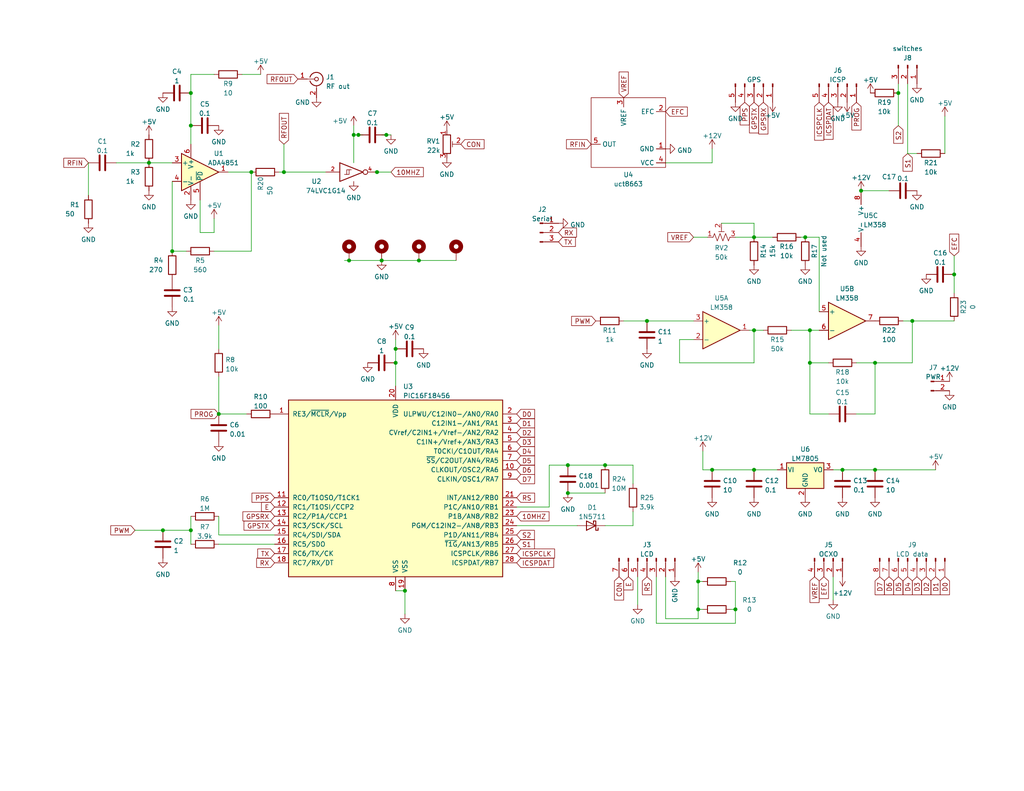
<source format=kicad_sch>
(kicad_sch (version 20211123) (generator eeschema)
  (paper "USLetter")
  (lib_symbols
    (symbol "74xGxx:74LVC1G14" (pin_names (offset 1.016))
      (property "Reference" "U" (at -2.54 3.81 0))
      (property "Value" "74LVC1G14" (at 0 -3.81 0))
      (symbol "74LVC1G14_1_1"
        (pin input line (at -7.62 0 0) (length 3.81) (name "~") (number "2"))
        (pin power_in line (at 0 -2.54 270) (length 0) hide (name "GND") (number "3"))
        (pin output inverted (at 6.35 0 180) (length 3.81) (name "~") (number "4"))
        (pin power_in line (at 0 2.54 90) (length 0) hide (name "VCC") (number "5"))
      )
    )
    (symbol "Amplifier_Operational:ADA4841-1YRJ" (pin_names (offset 0.127))
      (property "Reference" "U" (at 3.81 3.81 0))
      (property "Value" "ADA4841-1YRJ" (at 8.89 -3.81 0))
      (symbol "ADA4841-1YRJ_1_1"
        (pin output line (at 7.62 0 180) (length 2.54) (name "~") (number "1"))
        (pin power_in line (at -2.54 -7.62 90) (length 3.81) (name "V-") (number "2"))
        (pin input line (at -7.62 2.54 0) (length 2.54) (name "+") (number "3"))
        (pin input line (at -7.62 -2.54 0) (length 2.54) (name "-") (number "4"))
        (pin input line (at 0 -7.62 90) (length 5.08) (name "~{PD}") (number "5"))
        (pin power_in line (at -2.54 7.62 270) (length 3.81) (name "V+") (number "6"))
      )
    )
    (symbol "Amplifier_Operational:LM358" (pin_names (offset 0.127))
      (property "Reference" "U" (at 0 5.08 0))
      (property "Value" "LM358" (at 0 -5.08 0))
      (symbol "LM358_1_1"
        (pin output line (at 7.62 0 180) (length 2.54) (name "~") (number "1"))
        (pin input line (at -7.62 -2.54 0) (length 2.54) (name "-") (number "2"))
        (pin input line (at -7.62 2.54 0) (length 2.54) (name "+") (number "3"))
      )
      (symbol "LM358_2_1"
        (pin input line (at -7.62 2.54 0) (length 2.54) (name "+") (number "5"))
        (pin input line (at -7.62 -2.54 0) (length 2.54) (name "-") (number "6"))
        (pin output line (at 7.62 0 180) (length 2.54) (name "~") (number "7"))
      )
      (symbol "LM358_3_1"
        (pin power_in line (at -2.54 -7.62 90) (length 3.81) (name "V-") (number "4"))
        (pin power_in line (at -2.54 7.62 270) (length 3.81) (name "V+") (number "8"))
      )
    )
    (symbol "Connector:Conn_01x02_Male" (pin_names (offset 1.016) hide)
      (property "Reference" "J" (at 0 2.54 0))
      (property "Value" "Conn_01x02_Male" (at 0 -5.08 0))
      (symbol "Conn_01x02_Male_1_1"
        (pin passive line (at 5.08 0 180) (length 3.81) (name "Pin_1") (number "1"))
        (pin passive line (at 5.08 -2.54 180) (length 3.81) (name "Pin_2") (number "2"))
      )
    )
    (symbol "Connector:Conn_01x03_Male" (pin_names (offset 1.016) hide)
      (property "Reference" "J" (at 0 5.08 0))
      (property "Value" "Conn_01x03_Male" (at 0 -5.08 0))
      (symbol "Conn_01x03_Male_1_1"
        (pin passive line (at 5.08 2.54 180) (length 3.81) (name "Pin_1") (number "1"))
        (pin passive line (at 5.08 0 180) (length 3.81) (name "Pin_2") (number "2"))
        (pin passive line (at 5.08 -2.54 180) (length 3.81) (name "Pin_3") (number "3"))
      )
    )
    (symbol "Connector:Conn_01x04_Male" (pin_names (offset 1.016) hide)
      (property "Reference" "J" (at 0 5.08 0))
      (property "Value" "Conn_01x04_Male" (at 0 -7.62 0))
      (symbol "Conn_01x04_Male_1_1"
        (pin passive line (at 5.08 2.54 180) (length 3.81) (name "Pin_1") (number "1"))
        (pin passive line (at 5.08 0 180) (length 3.81) (name "Pin_2") (number "2"))
        (pin passive line (at 5.08 -2.54 180) (length 3.81) (name "Pin_3") (number "3"))
        (pin passive line (at 5.08 -5.08 180) (length 3.81) (name "Pin_4") (number "4"))
      )
    )
    (symbol "Connector:Conn_01x05_Male" (pin_names (offset 1.016) hide)
      (property "Reference" "J" (at 0 7.62 0))
      (property "Value" "Conn_01x05_Male" (at 0 -7.62 0))
      (symbol "Conn_01x05_Male_1_1"
        (pin passive line (at 5.08 5.08 180) (length 3.81) (name "Pin_1") (number "1"))
        (pin passive line (at 5.08 2.54 180) (length 3.81) (name "Pin_2") (number "2"))
        (pin passive line (at 5.08 0 180) (length 3.81) (name "Pin_3") (number "3"))
        (pin passive line (at 5.08 -2.54 180) (length 3.81) (name "Pin_4") (number "4"))
        (pin passive line (at 5.08 -5.08 180) (length 3.81) (name "Pin_5") (number "5"))
      )
    )
    (symbol "Connector:Conn_01x07_Male" (pin_names (offset 1.016) hide)
      (property "Reference" "J" (at 0 10.16 0))
      (property "Value" "Conn_01x07_Male" (at 0 -10.16 0))
      (symbol "Conn_01x07_Male_1_1"
        (pin passive line (at 5.08 7.62 180) (length 3.81) (name "Pin_1") (number "1"))
        (pin passive line (at 5.08 5.08 180) (length 3.81) (name "Pin_2") (number "2"))
        (pin passive line (at 5.08 2.54 180) (length 3.81) (name "Pin_3") (number "3"))
        (pin passive line (at 5.08 0 180) (length 3.81) (name "Pin_4") (number "4"))
        (pin passive line (at 5.08 -2.54 180) (length 3.81) (name "Pin_5") (number "5"))
        (pin passive line (at 5.08 -5.08 180) (length 3.81) (name "Pin_6") (number "6"))
        (pin passive line (at 5.08 -7.62 180) (length 3.81) (name "Pin_7") (number "7"))
      )
    )
    (symbol "Connector:Conn_01x08_Male" (pin_names (offset 1.016) hide)
      (property "Reference" "J" (at 0 10.16 0))
      (property "Value" "Conn_01x08_Male" (at 0 -12.7 0))
      (symbol "Conn_01x08_Male_1_1"
        (pin passive line (at 5.08 7.62 180) (length 3.81) (name "Pin_1") (number "1"))
        (pin passive line (at 5.08 5.08 180) (length 3.81) (name "Pin_2") (number "2"))
        (pin passive line (at 5.08 2.54 180) (length 3.81) (name "Pin_3") (number "3"))
        (pin passive line (at 5.08 0 180) (length 3.81) (name "Pin_4") (number "4"))
        (pin passive line (at 5.08 -2.54 180) (length 3.81) (name "Pin_5") (number "5"))
        (pin passive line (at 5.08 -5.08 180) (length 3.81) (name "Pin_6") (number "6"))
        (pin passive line (at 5.08 -7.62 180) (length 3.81) (name "Pin_7") (number "7"))
        (pin passive line (at 5.08 -10.16 180) (length 3.81) (name "Pin_8") (number "8"))
      )
    )
    (symbol "Connector:Conn_Coaxial" (pin_names (offset 1.016) hide)
      (property "Reference" "J" (at 0.254 3.048 0))
      (property "Value" "Conn_Coaxial" (at 2.921 0 90))
      (symbol "Conn_Coaxial_1_1"
        (pin passive line (at -5.08 0 0) (length 2.54) (name "In") (number "1"))
        (pin passive line (at 0 -5.08 90) (length 2.54) (name "Ext") (number "2"))
      )
    )
    (symbol "Device:C" (pin_numbers hide) (pin_names (offset 0.254))
      (property "Reference" "C" (at 0.635 2.54 0))
      (property "Value" "C" (at 0.635 -2.54 0))
      (symbol "C_1_1"
        (pin passive line (at 0 3.81 270) (length 2.794) (name "~") (number "1"))
        (pin passive line (at 0 -3.81 90) (length 2.794) (name "~") (number "2"))
      )
    )
    (symbol "Device:R" (pin_numbers hide) (pin_names (offset 0))
      (property "Reference" "R" (at 2.032 0 90))
      (property "Value" "R" (at 0 0 90))
      (symbol "R_1_1"
        (pin passive line (at 0 3.81 270) (length 1.27) (name "~") (number "1"))
        (pin passive line (at 0 -3.81 90) (length 1.27) (name "~") (number "2"))
      )
    )
    (symbol "Device:R_Potentiometer_Trim" (pin_names (offset 1.016) hide)
      (property "Reference" "RV" (at -4.445 0 90))
      (property "Value" "R_Potentiometer_Trim" (at -2.54 0 90))
      (symbol "R_Potentiometer_Trim_1_1"
        (pin passive line (at 0 3.81 270) (length 1.27) (name "1") (number "1"))
        (pin passive line (at 3.81 0 180) (length 1.27) (name "2") (number "2"))
        (pin passive line (at 0 -3.81 90) (length 1.27) (name "3") (number "3"))
      )
    )
    (symbol "Device:R_Potentiometer_Trim_US" (pin_names (offset 1.016) hide)
      (property "Reference" "RV" (at -4.445 0 90))
      (property "Value" "R_Potentiometer_Trim_US" (at -2.54 0 90))
      (symbol "R_Potentiometer_Trim_US_1_1"
        (pin passive line (at 0 3.81 270) (length 1.27) (name "1") (number "1"))
        (pin passive line (at 3.81 0 180) (length 1.27) (name "2") (number "2"))
        (pin passive line (at 0 -3.81 90) (length 1.27) (name "3") (number "3"))
      )
    )
    (symbol "Diode:1N5711" (pin_numbers hide) (pin_names (offset 1.016) hide)
      (property "Reference" "D" (at 0 2.54 0))
      (property "Value" "1N5711" (at 0 -2.54 0))
      (symbol "1N5711_1_1"
        (pin passive line (at -3.81 0 0) (length 2.54) (name "K") (number "1"))
        (pin passive line (at 3.81 0 180) (length 2.54) (name "A") (number "2"))
      )
    )
    (symbol "MCU_Microchip_PIC16:PIC16F882-IP" (pin_names (offset 1.016))
      (property "Reference" "U" (at 13.97 27.94 0))
      (property "Value" "PIC16F882-IP" (at 13.97 25.4 0))
      (symbol "PIC16F882-IP_1_1"
        (pin bidirectional line (at -33.02 20.32 0) (length 3.81) (name "RE3/~{MCLR}/Vpp") (number "1"))
        (pin bidirectional line (at 33.02 5.08 180) (length 3.81) (name "CLKOUT/OSC2/RA6") (number "10"))
        (pin bidirectional line (at -33.02 -2.54 0) (length 3.81) (name "RC0/T1OSO/T1CK1") (number "11"))
        (pin bidirectional line (at -33.02 -5.08 0) (length 3.81) (name "RC1/T1OSI/CCP2") (number "12"))
        (pin bidirectional line (at -33.02 -7.62 0) (length 3.81) (name "RC2/P1A/CCP1") (number "13"))
        (pin bidirectional line (at -33.02 -10.16 0) (length 3.81) (name "RC3/SCK/SCL") (number "14"))
        (pin bidirectional line (at -33.02 -12.7 0) (length 3.81) (name "RC4/SDI/SDA") (number "15"))
        (pin bidirectional line (at -33.02 -15.24 0) (length 3.81) (name "RC5/SDO") (number "16"))
        (pin bidirectional line (at -33.02 -17.78 0) (length 3.81) (name "RC6/TX/CK") (number "17"))
        (pin bidirectional line (at -33.02 -20.32 0) (length 3.81) (name "RC7/RX/DT") (number "18"))
        (pin power_in line (at 2.54 -27.94 90) (length 3.81) (name "VSS") (number "19"))
        (pin bidirectional line (at 33.02 20.32 180) (length 3.81) (name "ULPWU/C12IN0-/AN0/RA0") (number "2"))
        (pin power_in line (at 0 27.94 270) (length 3.81) (name "VDD") (number "20"))
        (pin bidirectional line (at 33.02 -2.54 180) (length 3.81) (name "INT/AN12/RB0") (number "21"))
        (pin bidirectional line (at 33.02 -5.08 180) (length 3.81) (name "P1C/AN10/RB1") (number "22"))
        (pin bidirectional line (at 33.02 -7.62 180) (length 3.81) (name "P1B/AN8/RB2") (number "23"))
        (pin bidirectional line (at 33.02 -10.16 180) (length 3.81) (name "PGM/C12IN2-/AN8/RB3") (number "24"))
        (pin bidirectional line (at 33.02 -12.7 180) (length 3.81) (name "P1D/AN11/RB4") (number "25"))
        (pin bidirectional line (at 33.02 -15.24 180) (length 3.81) (name "~{T1G}/AN13/RB5") (number "26"))
        (pin bidirectional line (at 33.02 -17.78 180) (length 3.81) (name "ICSPCLK/RB6") (number "27"))
        (pin bidirectional line (at 33.02 -20.32 180) (length 3.81) (name "ICSPDAT/RB7") (number "28"))
        (pin bidirectional line (at 33.02 17.78 180) (length 3.81) (name "C12IN1-/AN1/RA1") (number "3"))
        (pin bidirectional line (at 33.02 15.24 180) (length 3.81) (name "CVref/C2IN1+/Vref-/AN2/RA2") (number "4"))
        (pin bidirectional line (at 33.02 12.7 180) (length 3.81) (name "C1IN+/Vref+/AN3/RA3") (number "5"))
        (pin bidirectional line (at 33.02 10.16 180) (length 3.81) (name "T0CKI/C1OUT/RA4") (number "6"))
        (pin bidirectional line (at 33.02 7.62 180) (length 3.81) (name "~{SS}/C2OUT/AN4/RA5") (number "7"))
        (pin power_in line (at 0 -27.94 90) (length 3.81) (name "VSS") (number "8"))
        (pin input line (at 33.02 2.54 180) (length 3.81) (name "CLKIN/OSC1/RA7") (number "9"))
      )
    )
    (symbol "Mechanical:MountingHole_Pad" (pin_numbers hide) (pin_names (offset 1.016) hide)
      (property "Reference" "H" (at 0 6.35 0))
      (property "Value" "MountingHole_Pad" (at 0 4.445 0))
      (symbol "MountingHole_Pad_1_1"
        (pin input line (at 0 -2.54 90) (length 2.54) (name "1") (number "1"))
      )
    )
    (symbol "Regulator_Linear:LM7805_TO220" (pin_names (offset 0.254))
      (property "Reference" "U" (at -3.81 3.175 0))
      (property "Value" "LM7805_TO220" (at 0 3.175 0))
      (symbol "LM7805_TO220_1_1"
        (pin power_in line (at -7.62 0 0) (length 2.54) (name "VI") (number "1"))
        (pin power_in line (at 0 -7.62 90) (length 2.54) (name "GND") (number "2"))
        (pin power_out line (at 7.62 0 180) (length 2.54) (name "VO") (number "3"))
      )
    )
    (symbol "gpsdo:uct8663"
      (property "Reference" "U" (at 0 -5.08 0))
      (property "Value" "uct8663" (at 0 0 0))
      (symbol "uct8663_1_1"
        (pin power_in line (at 8.89 -3.81 180) (length 2.54) (name "GND") (number "1"))
        (pin input line (at 8.89 6.35 180) (length 2.54) (name "EFC") (number "2"))
        (pin output line (at -2.54 10.16 270) (length 2.54) (name "VREF") (number "3"))
        (pin power_in line (at 8.89 -7.62 180) (length 2.54) (name "VCC") (number "4"))
        (pin output line (at -11.43 -2.54 0) (length 2.54) (name "OUT") (number "5"))
      )
    )
    (symbol "power:+12V" (power) (pin_names (offset 0))
      (property "Value" "+12V" (at 0 3.556 0))
      (symbol "+12V_1_1"
        (pin power_in line (at 0 0 90) (length 0) hide (name "+12V") (number "1"))
      )
    )
    (symbol "power:+5V" (power) (pin_names (offset 0))
      (property "Value" "+5V" (at 0 3.556 0))
      (symbol "+5V_1_1"
        (pin power_in line (at 0 0 90) (length 0) hide (name "+5V") (number "1"))
      )
    )
    (symbol "power:GND" (power) (pin_names (offset 0))
      (property "Value" "GND" (at 0 -3.81 0))
      (symbol "GND_1_1"
        (pin power_in line (at 0 0 270) (length 0) hide (name "GND") (number "1"))
      )
    )
  )
  (junction (at 248.92 87.63))
  (junction (at 105.41 36.83))
  (junction (at 205.74 64.77))
  (junction (at 176.53 87.63))
  (junction (at 114.3 71.12))
  (junction (at 220.98 90.17))
  (junction (at 52.07 144.78))
  (junction (at 40.64 44.45))
  (junction (at 95.25 71.12))
  (junction (at 245.11 25.4))
  (junction (at 200.66 166.37))
  (junction (at 97.79 36.83))
  (junction (at 107.95 99.06))
  (junction (at 77.47 46.99))
  (junction (at 46.99 68.58))
  (junction (at 107.95 95.25))
  (junction (at 238.76 128.27))
  (junction (at 154.94 134.62))
  (junction (at 154.94 127))
  (junction (at 229.87 128.27))
  (junction (at 165.1 127))
  (junction (at 205.74 90.17))
  (junction (at 190.5 158.75))
  (junction (at 68.58 46.99))
  (junction (at 104.14 71.12))
  (junction (at 52.07 34.29))
  (junction (at 260.35 74.93))
  (junction (at 205.74 128.27))
  (junction (at 44.45 144.78))
  (junction (at 110.49 161.29))
  (junction (at 96.52 36.83))
  (junction (at 220.98 99.06))
  (junction (at 219.71 64.77))
  (junction (at 52.07 25.4))
  (junction (at 194.31 128.27))
  (junction (at 234.95 52.07))
  (junction (at 190.5 166.37))
  (junction (at 238.76 99.06))
  (junction (at 59.69 113.03))
  (junction (at 102.87 46.99))
  (wire (pts (xy 107.95 92.71) (xy 107.95 95.25)))
  (wire (pts (xy 223.52 85.09) (xy 223.52 64.77)))
  (wire (pts (xy 149.86 127) (xy 154.94 127)))
  (wire (pts (xy 107.95 99.06) (xy 107.95 105.41)))
  (wire (pts (xy 260.35 69.85) (xy 260.35 74.93)))
  (wire (pts (xy 229.87 128.27) (xy 238.76 128.27)))
  (wire (pts (xy 238.76 99.06) (xy 233.68 99.06)))
  (wire (pts (xy 77.47 46.99) (xy 88.9 46.99)))
  (wire (pts (xy 165.1 143.51) (xy 172.72 143.51)))
  (wire (pts (xy 140.97 138.43) (xy 149.86 138.43)))
  (wire (pts (xy 194.31 128.27) (xy 205.74 128.27)))
  (wire (pts (xy 200.66 166.37) (xy 200.66 170.18)))
  (wire (pts (xy 102.87 46.99) (xy 106.68 46.99)))
  (wire (pts (xy 96.52 36.83) (xy 96.52 44.45)))
  (wire (pts (xy 59.69 148.59) (xy 74.93 148.59)))
  (wire (pts (xy 68.58 46.99) (xy 68.58 68.58)))
  (wire (pts (xy 104.14 71.12) (xy 114.3 71.12)))
  (wire (pts (xy 76.2 46.99) (xy 77.47 46.99)))
  (wire (pts (xy 97.79 36.83) (xy 99.06 36.83)))
  (wire (pts (xy 200.66 158.75) (xy 200.66 166.37)))
  (wire (pts (xy 59.69 88.9) (xy 59.69 95.25)))
  (wire (pts (xy 247.65 41.91) (xy 250.19 41.91)))
  (wire (pts (xy 220.98 113.03) (xy 226.06 113.03)))
  (wire (pts (xy 191.77 128.27) (xy 194.31 128.27)))
  (wire (pts (xy 227.33 157.48) (xy 227.33 163.83)))
  (wire (pts (xy 238.76 128.27) (xy 255.27 128.27)))
  (wire (pts (xy 194.31 40.64) (xy 194.31 44.45)))
  (wire (pts (xy 190.5 166.37) (xy 190.5 168.91)))
  (wire (pts (xy 59.69 102.87) (xy 59.69 113.03)))
  (wire (pts (xy 36.83 144.78) (xy 44.45 144.78)))
  (wire (pts (xy 248.92 87.63) (xy 260.35 87.63)))
  (wire (pts (xy 220.98 90.17) (xy 223.52 90.17)))
  (wire (pts (xy 185.42 92.71) (xy 185.42 99.06)))
  (wire (pts (xy 200.66 64.77) (xy 205.74 64.77)))
  (wire (pts (xy 205.74 90.17) (xy 208.28 90.17)))
  (wire (pts (xy 52.07 140.97) (xy 52.07 144.78)))
  (wire (pts (xy 179.07 170.18) (xy 179.07 157.48)))
  (wire (pts (xy 190.5 158.75) (xy 190.5 166.37)))
  (wire (pts (xy 238.76 113.03) (xy 233.68 113.03)))
  (wire (pts (xy 40.64 44.45) (xy 46.99 44.45)))
  (wire (pts (xy 181.61 168.91) (xy 181.61 157.48)))
  (wire (pts (xy 24.13 44.45) (xy 24.13 53.34)))
  (wire (pts (xy 205.74 128.27) (xy 212.09 128.27)))
  (wire (pts (xy 140.97 143.51) (xy 157.48 143.51)))
  (wire (pts (xy 247.65 22.86) (xy 247.65 41.91)))
  (wire (pts (xy 199.39 158.75) (xy 200.66 158.75)))
  (wire (pts (xy 59.69 146.05) (xy 74.93 146.05)))
  (wire (pts (xy 46.99 49.53) (xy 46.99 68.58)))
  (wire (pts (xy 190.5 166.37) (xy 191.77 166.37)))
  (wire (pts (xy 260.35 74.93) (xy 260.35 80.01)))
  (wire (pts (xy 107.95 161.29) (xy 110.49 161.29)))
  (wire (pts (xy 257.81 31.75) (xy 257.81 41.91)))
  (wire (pts (xy 114.3 71.12) (xy 124.46 71.12)))
  (wire (pts (xy 220.98 99.06) (xy 220.98 113.03)))
  (wire (pts (xy 191.77 123.19) (xy 191.77 128.27)))
  (wire (pts (xy 110.49 161.29) (xy 110.49 167.64)))
  (wire (pts (xy 172.72 127) (xy 172.72 132.08)))
  (wire (pts (xy 58.42 59.69) (xy 58.42 63.5)))
  (wire (pts (xy 59.69 113.03) (xy 67.31 113.03)))
  (wire (pts (xy 215.9 90.17) (xy 220.98 90.17)))
  (wire (pts (xy 154.94 134.62) (xy 165.1 134.62)))
  (wire (pts (xy 205.74 60.96) (xy 205.74 64.77)))
  (wire (pts (xy 58.42 68.58) (xy 68.58 68.58)))
  (wire (pts (xy 95.25 71.12) (xy 104.14 71.12)))
  (wire (pts (xy 189.23 64.77) (xy 193.04 64.77)))
  (wire (pts (xy 96.52 36.83) (xy 97.79 36.83)))
  (wire (pts (xy 66.04 20.32) (xy 71.12 20.32)))
  (wire (pts (xy 105.41 36.83) (xy 106.68 36.83)))
  (wire (pts (xy 185.42 99.06) (xy 205.74 99.06)))
  (wire (pts (xy 170.18 87.63) (xy 176.53 87.63)))
  (wire (pts (xy 154.94 127) (xy 165.1 127)))
  (wire (pts (xy 220.98 99.06) (xy 226.06 99.06)))
  (wire (pts (xy 149.86 138.43) (xy 149.86 127)))
  (wire (pts (xy 165.1 127) (xy 172.72 127)))
  (wire (pts (xy 31.75 44.45) (xy 40.64 44.45)))
  (wire (pts (xy 59.69 140.97) (xy 59.69 146.05)))
  (wire (pts (xy 101.6 46.99) (xy 102.87 46.99)))
  (wire (pts (xy 205.74 99.06) (xy 205.74 90.17)))
  (wire (pts (xy 238.76 99.06) (xy 238.76 113.03)))
  (wire (pts (xy 227.33 128.27) (xy 229.87 128.27)))
  (wire (pts (xy 96.52 34.29) (xy 96.52 36.83)))
  (wire (pts (xy 173.99 157.48) (xy 173.99 165.1)))
  (wire (pts (xy 234.95 52.07) (xy 242.57 52.07)))
  (wire (pts (xy 62.23 46.99) (xy 68.58 46.99)))
  (wire (pts (xy 190.5 158.75) (xy 191.77 158.75)))
  (wire (pts (xy 54.61 63.5) (xy 58.42 63.5)))
  (wire (pts (xy 107.95 95.25) (xy 107.95 99.06)))
  (wire (pts (xy 52.07 34.29) (xy 52.07 39.37)))
  (wire (pts (xy 46.99 68.58) (xy 50.8 68.58)))
  (wire (pts (xy 190.5 156.21) (xy 190.5 158.75)))
  (wire (pts (xy 44.45 144.78) (xy 52.07 144.78)))
  (wire (pts (xy 52.07 144.78) (xy 52.07 148.59)))
  (wire (pts (xy 245.11 22.86) (xy 245.11 25.4)))
  (wire (pts (xy 176.53 87.63) (xy 189.23 87.63)))
  (wire (pts (xy 181.61 44.45) (xy 194.31 44.45)))
  (wire (pts (xy 219.71 64.77) (xy 223.52 64.77)))
  (wire (pts (xy 199.39 166.37) (xy 200.66 166.37)))
  (wire (pts (xy 220.98 90.17) (xy 220.98 99.06)))
  (wire (pts (xy 204.47 90.17) (xy 205.74 90.17)))
  (wire (pts (xy 218.44 64.77) (xy 219.71 64.77)))
  (wire (pts (xy 246.38 87.63) (xy 248.92 87.63)))
  (wire (pts (xy 52.07 25.4) (xy 52.07 34.29)))
  (wire (pts (xy 196.85 60.96) (xy 205.74 60.96)))
  (wire (pts (xy 181.61 168.91) (xy 190.5 168.91)))
  (wire (pts (xy 205.74 64.77) (xy 210.82 64.77)))
  (wire (pts (xy 172.72 143.51) (xy 172.72 139.7)))
  (wire (pts (xy 248.92 99.06) (xy 238.76 99.06)))
  (wire (pts (xy 93.98 71.12) (xy 95.25 71.12)))
  (wire (pts (xy 77.47 39.37) (xy 77.47 46.99)))
  (wire (pts (xy 104.14 36.83) (xy 105.41 36.83)))
  (wire (pts (xy 179.07 170.18) (xy 200.66 170.18)))
  (wire (pts (xy 189.23 92.71) (xy 185.42 92.71)))
  (wire (pts (xy 248.92 87.63) (xy 248.92 99.06)))
  (wire (pts (xy 245.11 25.4) (xy 245.11 34.29)))
  (wire (pts (xy 58.42 20.32) (xy 52.07 20.32)))
  (wire (pts (xy 52.07 20.32) (xy 52.07 25.4)))
  (wire (pts (xy 54.61 54.61) (xy 54.61 63.5)))
  (global_label "EFC" (shape input) (at 181.61 30.48 0) (property "Intersheet References" "${INTERSHEET_REFS}" (effects hide)))
  (global_label "E" (shape input) (at 74.93 138.43 180) (property "Intersheet References" "${INTERSHEET_REFS}" (effects hide)))
  (global_label "D2" (shape input) (at 140.97 118.11 0) (property "Intersheet References" "${INTERSHEET_REFS}" (effects hide)))
  (global_label "D1" (shape input) (at 140.97 115.57 0) (property "Intersheet References" "${INTERSHEET_REFS}" (effects hide)))
  (global_label "PPS" (shape input) (at 203.2 27.94 270) (property "Intersheet References" "${INTERSHEET_REFS}" (effects hide)))
  (global_label "D5" (shape input) (at 245.11 157.48 270) (property "Intersheet References" "${INTERSHEET_REFS}" (effects hide)))
  (global_label "RX" (shape input) (at 74.93 153.67 180) (property "Intersheet References" "${INTERSHEET_REFS}" (effects hide)))
  (global_label "VREF" (shape input) (at 222.25 157.48 270) (property "Intersheet References" "${INTERSHEET_REFS}" (effects hide)))
  (global_label "S2" (shape input) (at 140.97 146.05 0) (property "Intersheet References" "${INTERSHEET_REFS}" (effects hide)))
  (global_label "D2" (shape input) (at 252.73 157.48 270) (property "Intersheet References" "${INTERSHEET_REFS}" (effects hide)))
  (global_label "ICSPDAT" (shape input) (at 140.97 153.67 0) (property "Intersheet References" "${INTERSHEET_REFS}" (effects hide)))
  (global_label "D3" (shape input) (at 140.97 120.65 0) (property "Intersheet References" "${INTERSHEET_REFS}" (effects hide)))
  (global_label "GPSTX" (shape input) (at 74.93 143.51 180) (property "Intersheet References" "${INTERSHEET_REFS}" (effects hide)))
  (global_label "S1" (shape input) (at 140.97 148.59 0) (property "Intersheet References" "${INTERSHEET_REFS}" (effects hide)))
  (global_label "PWM" (shape input) (at 36.83 144.78 180) (property "Intersheet References" "${INTERSHEET_REFS}" (effects hide)))
  (global_label "S1" (shape input) (at 247.65 41.91 270) (property "Intersheet References" "${INTERSHEET_REFS}" (effects hide)))
  (global_label "PPS" (shape input) (at 74.93 135.89 180) (property "Intersheet References" "${INTERSHEET_REFS}" (effects hide)))
  (global_label "PROG" (shape input) (at 59.69 113.03 180) (property "Intersheet References" "${INTERSHEET_REFS}" (effects hide)))
  (global_label "D0" (shape input) (at 140.97 113.03 0) (property "Intersheet References" "${INTERSHEET_REFS}" (effects hide)))
  (global_label "TX" (shape input) (at 74.93 151.13 180) (property "Intersheet References" "${INTERSHEET_REFS}" (effects hide)))
  (global_label "S2" (shape input) (at 245.11 34.29 270) (property "Intersheet References" "${INTERSHEET_REFS}" (effects hide)))
  (global_label "D0" (shape input) (at 257.81 157.48 270) (property "Intersheet References" "${INTERSHEET_REFS}" (effects hide)))
  (global_label "CON" (shape input) (at 125.73 39.37 0) (property "Intersheet References" "${INTERSHEET_REFS}" (effects hide)))
  (global_label "D5" (shape input) (at 140.97 125.73 0) (property "Intersheet References" "${INTERSHEET_REFS}" (effects hide)))
  (global_label "GPSTX" (shape input) (at 205.74 27.94 270) (property "Intersheet References" "${INTERSHEET_REFS}" (effects hide)))
  (global_label "GPSRX" (shape input) (at 208.28 27.94 270) (property "Intersheet References" "${INTERSHEET_REFS}" (effects hide)))
  (global_label "D4" (shape input) (at 140.97 123.19 0) (property "Intersheet References" "${INTERSHEET_REFS}" (effects hide)))
  (global_label "D6" (shape input) (at 140.97 128.27 0) (property "Intersheet References" "${INTERSHEET_REFS}" (effects hide)))
  (global_label "RFOUT" (shape input) (at 77.47 39.37 90) (property "Intersheet References" "${INTERSHEET_REFS}" (effects hide)))
  (global_label "ICSPDAT" (shape input) (at 226.06 27.94 270) (property "Intersheet References" "${INTERSHEET_REFS}" (effects hide)))
  (global_label "EFC" (shape input) (at 260.35 69.85 90) (property "Intersheet References" "${INTERSHEET_REFS}" (effects hide)))
  (global_label "10MHZ" (shape input) (at 106.68 46.99 0) (property "Intersheet References" "${INTERSHEET_REFS}" (effects hide)))
  (global_label "D3" (shape input) (at 250.19 157.48 270) (property "Intersheet References" "${INTERSHEET_REFS}" (effects hide)))
  (global_label "E" (shape input) (at 171.45 157.48 270) (property "Intersheet References" "${INTERSHEET_REFS}" (effects hide)))
  (global_label "EFC" (shape input) (at 224.79 157.48 270) (property "Intersheet References" "${INTERSHEET_REFS}" (effects hide)))
  (global_label "PWM" (shape input) (at 162.56 87.63 180) (property "Intersheet References" "${INTERSHEET_REFS}" (effects hide)))
  (global_label "D4" (shape input) (at 247.65 157.48 270) (property "Intersheet References" "${INTERSHEET_REFS}" (effects hide)))
  (global_label "D6" (shape input) (at 242.57 157.48 270) (property "Intersheet References" "${INTERSHEET_REFS}" (effects hide)))
  (global_label "D7" (shape input) (at 240.03 157.48 270) (property "Intersheet References" "${INTERSHEET_REFS}" (effects hide)))
  (global_label "10MHZ" (shape input) (at 140.97 140.97 0) (property "Intersheet References" "${INTERSHEET_REFS}" (effects hide)))
  (global_label "ICSPCLK" (shape input) (at 223.52 27.94 270) (property "Intersheet References" "${INTERSHEET_REFS}" (effects hide)))
  (global_label "CON" (shape input) (at 168.91 157.48 270) (property "Intersheet References" "${INTERSHEET_REFS}" (effects hide)))
  (global_label "VREF" (shape input) (at 170.18 26.67 90) (property "Intersheet References" "${INTERSHEET_REFS}" (effects hide)))
  (global_label "VREF" (shape input) (at 189.23 64.77 180) (property "Intersheet References" "${INTERSHEET_REFS}" (effects hide)))
  (global_label "D7" (shape input) (at 140.97 130.81 0) (property "Intersheet References" "${INTERSHEET_REFS}" (effects hide)))
  (global_label "GPSRX" (shape input) (at 74.93 140.97 180) (property "Intersheet References" "${INTERSHEET_REFS}" (effects hide)))
  (global_label "RFIN" (shape input) (at 161.29 39.37 180) (property "Intersheet References" "${INTERSHEET_REFS}" (effects hide)))
  (global_label "RS" (shape input) (at 140.97 135.89 0) (property "Intersheet References" "${INTERSHEET_REFS}" (effects hide)))
  (global_label "ICSPCLK" (shape input) (at 140.97 151.13 0) (property "Intersheet References" "${INTERSHEET_REFS}" (effects hide)))
  (global_label "RFOUT" (shape input) (at 81.28 21.59 180) (property "Intersheet References" "${INTERSHEET_REFS}" (effects hide)))
  (global_label "RX" (shape input) (at 152.4 63.5 0) (property "Intersheet References" "${INTERSHEET_REFS}" (effects hide)))
  (global_label "D1" (shape input) (at 255.27 157.48 270) (property "Intersheet References" "${INTERSHEET_REFS}" (effects hide)))
  (global_label "RS" (shape input) (at 176.53 157.48 270) (property "Intersheet References" "${INTERSHEET_REFS}" (effects hide)))
  (global_label "RFIN" (shape input) (at 24.13 44.45 180) (property "Intersheet References" "${INTERSHEET_REFS}" (effects hide)))
  (global_label "TX" (shape input) (at 152.4 66.04 0) (property "Intersheet References" "${INTERSHEET_REFS}" (effects hide)))
  (global_label "PROG" (shape input) (at 233.68 27.94 270) (property "Intersheet References" "${INTERSHEET_REFS}" (effects hide)))
  (symbol (lib_id "power:GND") (at 110.49 167.64 0) (unit 1)
    (property "Reference" "#PWR020" (effects hide))
    (property "Value" "GND" (at 110.49 172.0834 0))
  )
  (symbol (lib_id "Connector:Conn_01x07_Male") (at 176.53 152.4 270) (unit 1)
    (property "Reference" "J3" (at 176.53 148.751 90))
    (property "Value" "LCD" (at 176.53 151.2879 90))
    (property "Footprint" "Connector_PinHeader_2.54mm:PinHeader_1x07_P2.54mm_Vertical" (effects hide))
  )
  (symbol (lib_id "Device:R") (at 205.74 68.58 180) (unit 1)
    (property "Reference" "R14" (at 208.28 68.58 90))
    (property "Value" "15k" (at 210.82 68.58 90))
    (property "Footprint" "Resistor_SMD:R_0805_2012Metric_Pad1.20x1.40mm_HandSolder" (effects hide))
  )
  (symbol (lib_id "Mechanical:MountingHole_Pad") (at 124.46 68.58 0) (unit 1)
    (property "Reference" "H4" (effects hide))
    (property "Value" "GND" (effects hide))
    (property "Footprint" "MountingHole:MountingHole_3.2mm_M3_DIN965_Pad" (effects hide))
  )
  (symbol (lib_id "Device:R") (at 24.13 57.15 180) (unit 1)
    (property "Reference" "R1" (at 19.05 55.88 0) (effects (justify right)))
    (property "Value" "50" (at 17.78 58.42 0) (effects (justify right)))
    (property "Footprint" "Resistor_SMD:R_0805_2012Metric_Pad1.20x1.40mm_HandSolder" (effects hide))
  )
  (symbol (lib_id "Device:R") (at 54.61 68.58 90) (unit 1)
    (property "Reference" "R5" (at 54.61 71.12 90))
    (property "Value" "560" (at 54.61 73.66 90))
    (property "Footprint" "Resistor_SMD:R_0805_2012Metric_Pad1.20x1.40mm_HandSolder" (effects hide))
  )
  (symbol (lib_id "power:+12V") (at 259.08 104.14 0) (unit 1)
    (property "Reference" "#PWR051" (effects hide))
    (property "Value" "+12V" (at 259.08 100.5642 0))
  )
  (symbol (lib_id "power:GND") (at 259.08 106.68 0) (unit 1)
    (property "Reference" "#PWR052" (effects hide))
    (property "Value" "GND" (at 259.08 111.1234 0))
  )
  (symbol (lib_id "power:GND") (at 59.69 34.29 0) (unit 1)
    (property "Reference" "#PWR09" (effects hide))
    (property "Value" "GND" (at 59.69 38.7334 0))
  )
  (symbol (lib_id "power:GND") (at 205.74 72.39 0) (unit 1)
    (property "Reference" "#PWR035" (effects hide))
    (property "Value" "GND" (at 205.74 76.8334 0))
  )
  (symbol (lib_id "Device:R") (at 59.69 99.06 180) (unit 1)
    (property "Reference" "R8" (at 61.468 98.2253 0) (effects (justify right)))
    (property "Value" "10k" (at 61.468 100.7622 0) (effects (justify right)))
    (property "Footprint" "Resistor_SMD:R_0805_2012Metric_Pad1.20x1.40mm_HandSolder" (effects hide))
  )
  (symbol (lib_id "Device:R") (at 229.87 99.06 90) (unit 1)
    (property "Reference" "R18" (at 229.87 101.6 90))
    (property "Value" "10k" (at 229.87 104.14 90))
    (property "Footprint" "Resistor_SMD:R_0805_2012Metric_Pad1.20x1.40mm_HandSolder" (effects hide))
  )
  (symbol (lib_id "MCU_Microchip_PIC16:PIC16F882-IP") (at 107.95 133.35 0) (unit 1)
    (property "Reference" "U3" (at 109.9694 105.5202 0) (effects (justify left)))
    (property "Value" "PIC16F18456" (at 109.9694 108.0571 0) (effects (justify left)))
    (property "Footprint" "Package_DIP:DIP-28_W7.62mm" (effects hide))
    (property "Datasheet" "http://ww1.microchip.com/downloads/en/DeviceDoc/41291D.pdf" (effects hide))
  )
  (symbol (lib_id "Device:C") (at 194.31 132.08 180) (unit 1)
    (property "Reference" "C10" (at 197.231 131.2453 0) (effects (justify right)))
    (property "Value" "10" (at 197.231 133.7822 0) (effects (justify right)))
    (property "Footprint" "Capacitor_SMD:C_0805_2012Metric_Pad1.18x1.45mm_HandSolder" (effects hide))
  )
  (symbol (lib_id "Device:C") (at 59.69 116.84 180) (unit 1)
    (property "Reference" "C6" (at 62.611 116.0053 0) (effects (justify right)))
    (property "Value" "0.01" (at 62.611 118.5422 0) (effects (justify right)))
    (property "Footprint" "Capacitor_SMD:C_0805_2012Metric_Pad1.18x1.45mm_HandSolder" (effects hide))
  )
  (symbol (lib_id "power:+5V") (at 255.27 128.27 0) (unit 1)
    (property "Reference" "#PWR044" (effects hide))
    (property "Value" "+5V" (at 255.27 124.6942 0))
  )
  (symbol (lib_id "Device:C") (at 154.94 130.81 180) (unit 1)
    (property "Reference" "C18" (at 157.861 129.9753 0) (effects (justify right)))
    (property "Value" "0.001" (at 157.861 132.5122 0) (effects (justify right)))
    (property "Footprint" "Capacitor_SMD:C_0805_2012Metric_Pad1.18x1.45mm_HandSolder" (effects hide))
  )
  (symbol (lib_id "Diode:1N5711") (at 161.29 143.51 180) (unit 1)
    (property "Reference" "D1" (at 161.6075 138.5402 0))
    (property "Value" "1N5711" (at 161.6075 141.0771 0))
    (property "Footprint" "Diode_SMD:D_SOD-123" (effects hide))
    (property "Datasheet" "https://www.microsemi.com/document-portal/doc_download/8865-lds-0040-datasheet" (effects hide))
  )
  (symbol (lib_id "power:GND") (at 106.68 36.83 0) (unit 1)
    (property "Reference" "#PWR016" (effects hide))
    (property "Value" "GND" (at 106.68 41.2734 0))
  )
  (symbol (lib_id "power:+5V") (at 59.69 88.9 0) (unit 1)
    (property "Reference" "#PWR010" (effects hide))
    (property "Value" "+5V" (at 59.69 85.3242 0))
  )
  (symbol (lib_id "power:+12V") (at 194.31 40.64 0) (unit 1)
    (property "Reference" "#PWR032" (effects hide))
    (property "Value" "+12V" (at 194.31 37.0642 0))
  )
  (symbol (lib_id "power:+5V") (at 96.52 34.29 0) (unit 1)
    (property "Reference" "#PWR014" (effects hide))
    (property "Value" "+5V" (at 92.71 33.02 0))
  )
  (symbol (lib_id "power:GND") (at 52.07 54.61 0) (unit 1)
    (property "Reference" "#PWR07" (effects hide))
    (property "Value" "GND" (at 52.07 59.0534 0))
  )
  (symbol (lib_id "power:GND") (at 205.74 135.89 0) (unit 1)
    (property "Reference" "#PWR029" (effects hide))
    (property "Value" "GND" (at 205.74 140.3334 0))
  )
  (symbol (lib_id "gpsdo:uct8663") (at 172.72 36.83 0) (unit 1)
    (property "Reference" "U4" (at 171.45 47.6996 0))
    (property "Value" "uct8663" (at 171.45 50.2365 0))
    (property "Footprint" "gpsdo:uct8663" (effects hide))
  )
  (symbol (lib_id "power:GND") (at 104.14 71.12 0) (unit 1)
    (property "Reference" "#PWR018" (effects hide))
    (property "Value" "GND" (at 104.14 75.5634 0))
  )
  (symbol (lib_id "Amplifier_Operational:LM358") (at 231.14 87.63 0) (unit 2)
    (property "Reference" "U5" (at 231.14 78.8502 0))
    (property "Value" "LM358" (at 231.14 81.3871 0))
    (property "Footprint" "Package_DIP:DIP-8_W7.62mm" (effects hide))
    (property "Datasheet" "http://www.ti.com/lit/ds/symlink/lm2904-n.pdf" (effects hide))
  )
  (symbol (lib_id "power:GND") (at 46.99 83.82 0) (unit 1)
    (property "Reference" "#PWR06" (effects hide))
    (property "Value" "GND" (at 46.99 88.2634 0))
  )
  (symbol (lib_id "power:GND") (at 228.6 27.94 0) (unit 1)
    (property "Reference" "#PWR041" (effects hide))
    (property "Value" "GND" (at 228.6 32.3834 0))
  )
  (symbol (lib_id "power:GND") (at 154.94 134.62 0) (unit 1)
    (property "Reference" "#PWR055" (effects hide))
    (property "Value" "GND" (at 154.94 139.0634 0))
  )
  (symbol (lib_id "Connector:Conn_01x08_Male") (at 250.19 152.4 270) (unit 1)
    (property "Reference" "J9" (at 248.92 148.751 90))
    (property "Value" "LCD data" (at 248.92 151.2879 90))
    (property "Footprint" "Connector_PinHeader_2.54mm:PinHeader_1x08_P2.54mm_Vertical" (effects hide))
  )
  (symbol (lib_id "Connector:Conn_01x05_Male") (at 228.6 22.86 270) (unit 1)
    (property "Reference" "J6" (at 228.6 19.211 90))
    (property "Value" "ICSP" (at 228.6 21.7479 90))
    (property "Footprint" "Connector_PinHeader_2.54mm:PinHeader_1x05_P2.54mm_Vertical" (effects hide))
  )
  (symbol (lib_id "power:GND") (at 96.52 49.53 0) (unit 1)
    (property "Reference" "#PWR015" (effects hide))
    (property "Value" "GND" (at 96.52 53.9734 0))
  )
  (symbol (lib_id "Mechanical:MountingHole_Pad") (at 114.3 68.58 0) (unit 1)
    (property "Reference" "H3" (effects hide))
    (property "Value" "GND" (effects hide))
    (property "Footprint" "MountingHole:MountingHole_3.2mm_M3_DIN965_Pad" (effects hide))
  )
  (symbol (lib_id "Device:R") (at 172.72 135.89 180) (unit 1)
    (property "Reference" "R25" (at 176.53 135.89 0))
    (property "Value" "3.9k" (at 176.53 138.43 0))
    (property "Footprint" "Resistor_SMD:R_0805_2012Metric_Pad1.20x1.40mm_HandSolder" (effects hide))
  )
  (symbol (lib_id "Device:C") (at 55.88 34.29 90) (unit 1)
    (property "Reference" "C5" (at 55.88 28.4312 90))
    (property "Value" "0.1" (at 55.88 30.9681 90))
    (property "Footprint" "Capacitor_SMD:C_0805_2012Metric_Pad1.18x1.45mm_HandSolder" (effects hide))
  )
  (symbol (lib_id "Device:R") (at 260.35 83.82 180) (unit 1)
    (property "Reference" "R23" (at 262.89 83.82 90))
    (property "Value" "0" (at 265.43 83.82 90))
    (property "Footprint" "Resistor_SMD:R_0805_2012Metric_Pad1.20x1.40mm_HandSolder" (effects hide))
  )
  (symbol (lib_id "Device:C") (at 246.38 52.07 90) (unit 1)
    (property "Reference" "C17" (at 242.57 48.26 90))
    (property "Value" "0.1" (at 246.38 48.7481 90))
    (property "Footprint" "Capacitor_SMD:C_0805_2012Metric_Pad1.18x1.45mm_HandSolder" (effects hide))
  )
  (symbol (lib_id "Device:R") (at 195.58 166.37 90) (unit 1)
    (property "Reference" "R13" (at 204.47 163.83 90))
    (property "Value" "0" (at 204.47 166.37 90))
    (property "Footprint" "Resistor_SMD:R_0805_2012Metric_Pad1.20x1.40mm_HandSolder" (effects hide))
  )
  (symbol (lib_id "power:GND") (at 59.69 120.65 0) (unit 1)
    (property "Reference" "#PWR011" (effects hide))
    (property "Value" "GND" (at 59.69 125.0934 0))
  )
  (symbol (lib_id "Device:R") (at 62.23 20.32 90) (unit 1)
    (property "Reference" "R9" (at 62.23 22.86 90))
    (property "Value" "10" (at 62.23 25.4 90))
    (property "Footprint" "Resistor_SMD:R_0805_2012Metric_Pad1.20x1.40mm_HandSolder" (effects hide))
  )
  (symbol (lib_id "power:GND") (at 184.15 157.48 0) (unit 1)
    (property "Reference" "#PWR030" (effects hide))
    (property "Value" "GND" (at 184.15 162.56 90))
  )
  (symbol (lib_id "power:GND") (at 229.87 135.89 0) (unit 1)
    (property "Reference" "#PWR036" (effects hide))
    (property "Value" "GND" (at 229.87 140.3334 0))
  )
  (symbol (lib_id "Device:R") (at 166.37 87.63 90) (unit 1)
    (property "Reference" "R11" (at 166.37 90.17 90))
    (property "Value" "1k" (at 166.37 92.71 90))
    (property "Footprint" "Resistor_SMD:R_0805_2012Metric_Pad1.20x1.40mm_HandSolder" (effects hide))
  )
  (symbol (lib_id "Device:C") (at 101.6 36.83 90) (unit 1)
    (property "Reference" "C7" (at 101.6 30.9712 90))
    (property "Value" "0.1" (at 101.6 33.5081 90))
    (property "Footprint" "Capacitor_SMD:C_0805_2012Metric_Pad1.18x1.45mm_HandSolder" (effects hide))
  )
  (symbol (lib_id "Device:C") (at 27.94 44.45 90) (unit 1)
    (property "Reference" "C1" (at 27.94 38.5912 90))
    (property "Value" "0.1" (at 27.94 41.1281 90))
    (property "Footprint" "Capacitor_SMD:C_0805_2012Metric_Pad1.18x1.45mm_HandSolder" (effects hide))
  )
  (symbol (lib_id "power:GND") (at 44.45 25.4 0) (unit 1)
    (property "Reference" "#PWR04" (effects hide))
    (property "Value" "GND" (at 44.45 29.8434 0))
  )
  (symbol (lib_id "Device:C") (at 238.76 132.08 180) (unit 1)
    (property "Reference" "C14" (at 241.681 131.2453 0) (effects (justify right)))
    (property "Value" "10" (at 241.681 133.7822 0) (effects (justify right)))
    (property "Footprint" "Capacitor_SMD:C_0805_2012Metric_Pad1.18x1.45mm_HandSolder" (effects hide))
  )
  (symbol (lib_id "Device:C") (at 46.99 80.01 180) (unit 1)
    (property "Reference" "C3" (at 49.911 79.1753 0) (effects (justify right)))
    (property "Value" "0.1" (at 49.911 81.7122 0) (effects (justify right)))
    (property "Footprint" "Capacitor_SMD:C_0805_2012Metric_Pad1.18x1.45mm_HandSolder" (effects hide))
  )
  (symbol (lib_id "Device:C") (at 111.76 95.25 90) (unit 1)
    (property "Reference" "C9" (at 111.76 89.3912 90))
    (property "Value" "0.1" (at 111.76 91.9281 90))
    (property "Footprint" "Capacitor_SMD:C_0805_2012Metric_Pad1.18x1.45mm_HandSolder" (effects hide))
  )
  (symbol (lib_id "Device:R") (at 55.88 140.97 90) (unit 1)
    (property "Reference" "R6" (at 55.88 136.2542 90))
    (property "Value" "1M" (at 55.88 138.7911 90))
    (property "Footprint" "Resistor_SMD:R_0805_2012Metric_Pad1.20x1.40mm_HandSolder" (effects hide))
  )
  (symbol (lib_id "Device:R_Potentiometer_Trim_US") (at 196.85 64.77 90) (unit 1)
    (property "Reference" "RV2" (at 196.85 67.6894 90))
    (property "Value" "50k" (at 196.85 70.2263 90))
    (property "Footprint" "Potentiometer_THT:Potentiometer_Bourns_3299Y_Vertical" (effects hide))
  )
  (symbol (lib_id "power:GND") (at 40.64 52.07 0) (unit 1)
    (property "Reference" "#PWR03" (effects hide))
    (property "Value" "GND" (at 40.64 56.5134 0))
  )
  (symbol (lib_id "Device:R") (at 195.58 158.75 90) (unit 1)
    (property "Reference" "R12" (at 201.93 153.67 90))
    (property "Value" "0" (at 201.93 156.21 90))
    (property "Footprint" "Resistor_SMD:R_1210_3225Metric_Pad1.30x2.65mm_HandSolder" (effects hide))
  )
  (symbol (lib_id "Device:C") (at 205.74 132.08 180) (unit 1)
    (property "Reference" "C12" (at 208.661 131.2453 0) (effects (justify right)))
    (property "Value" "0.1" (at 208.661 133.7822 0) (effects (justify right)))
    (property "Footprint" "Capacitor_SMD:C_0805_2012Metric_Pad1.18x1.45mm_HandSolder" (effects hide))
  )
  (symbol (lib_id "power:+5V") (at 231.14 27.94 180) (unit 1)
    (property "Reference" "#PWR043" (effects hide))
    (property "Value" "+5V" (at 231.14 31.5158 0))
  )
  (symbol (lib_id "power:GND") (at 200.66 27.94 0) (unit 1)
    (property "Reference" "#PWR034" (effects hide))
    (property "Value" "GND" (at 200.66 32.3834 0))
  )
  (symbol (lib_id "Device:R") (at 55.88 148.59 270) (unit 1)
    (property "Reference" "R7" (at 55.88 143.8742 90))
    (property "Value" "3.9k" (at 55.88 146.4111 90))
    (property "Footprint" "Resistor_SMD:R_0805_2012Metric_Pad1.20x1.40mm_HandSolder" (effects hide))
  )
  (symbol (lib_id "power:+5V") (at 40.64 36.83 0) (unit 1)
    (property "Reference" "#PWR02" (effects hide))
    (property "Value" "+5V" (at 40.64 33.2542 0))
  )
  (symbol (lib_id "Device:C") (at 44.45 148.59 180) (unit 1)
    (property "Reference" "C2" (at 47.371 147.7553 0) (effects (justify right)))
    (property "Value" "1" (at 47.371 150.2922 0) (effects (justify right)))
    (property "Footprint" "Capacitor_SMD:C_0805_2012Metric_Pad1.18x1.45mm_HandSolder" (effects hide))
  )
  (symbol (lib_id "power:GND") (at 227.33 163.83 0) (unit 1)
    (property "Reference" "#PWR040" (effects hide))
    (property "Value" "GND" (at 227.33 168.2734 0))
  )
  (symbol (lib_id "Device:R") (at 214.63 64.77 90) (unit 1)
    (property "Reference" "R16" (at 214.63 67.31 90))
    (property "Value" "10k" (at 214.63 69.85 90))
    (property "Footprint" "Resistor_SMD:R_0805_2012Metric_Pad1.20x1.40mm_HandSolder" (effects hide))
  )
  (symbol (lib_id "power:+12V") (at 234.95 52.07 0) (unit 1)
    (property "Reference" "#PWR045" (effects hide))
    (property "Value" "+12V" (at 234.95 48.4942 0))
  )
  (symbol (lib_id "power:+5V") (at 210.82 27.94 180) (unit 1)
    (property "Reference" "#PWR037" (effects hide))
    (property "Value" "+5V" (at 210.82 31.5158 0))
  )
  (symbol (lib_id "Connector:Conn_Coaxial") (at 86.36 21.59 0) (unit 1)
    (property "Reference" "J1" (at 88.9 21.0485 0) (effects (justify left)))
    (property "Value" "RF out" (at 88.9 23.5854 0) (effects (justify left)))
    (property "Footprint" "Connector_Coaxial:SMA_Amphenol_901-144_Vertical" (effects hide))
    (property "Datasheet" " ~" (effects hide))
  )
  (symbol (lib_id "Connector:Conn_01x02_Male") (at 254 104.14 0) (unit 1)
    (property "Reference" "J7" (at 254.635 100.364 0))
    (property "Value" "PWR" (at 254.635 102.9009 0))
    (property "Footprint" "Connector_PinHeader_2.54mm:PinHeader_1x02_P2.54mm_Vertical" (effects hide))
  )
  (symbol (lib_id "Device:R_Potentiometer_Trim") (at 121.92 39.37 0) (unit 1)
    (property "Reference" "RV1" (at 120.1421 38.5353 0) (effects (justify right)))
    (property "Value" "22k" (at 120.1421 41.0722 0) (effects (justify right)))
    (property "Footprint" "Potentiometer_THT:Potentiometer_Vishay_T7-YA_Single_Vertical" (effects hide))
  )
  (symbol (lib_id "power:GND") (at 219.71 72.39 0) (unit 1)
    (property "Reference" "#PWR039" (effects hide))
    (property "Value" "GND" (at 219.71 76.8334 0))
  )
  (symbol (lib_id "power:GND") (at 152.4 60.96 90) (unit 1)
    (property "Reference" "#PWR024" (effects hide))
    (property "Value" "GND" (at 155.575 61.3938 90) (effects (justify right)))
  )
  (symbol (lib_id "Mechanical:MountingHole_Pad") (at 104.14 68.58 0) (unit 1)
    (property "Reference" "H2" (effects hide))
    (property "Value" "GND" (effects hide))
    (property "Footprint" "MountingHole:MountingHole_3.2mm_M3_DIN965_Pad" (effects hide))
  )
  (symbol (lib_id "power:GND") (at 173.99 165.1 0) (unit 1)
    (property "Reference" "#PWR054" (effects hide))
    (property "Value" "GND" (at 173.99 169.5434 0))
  )
  (symbol (lib_id "power:GND") (at 121.92 43.18 0) (unit 1)
    (property "Reference" "#PWR023" (effects hide))
    (property "Value" "GND" (at 121.92 47.6234 0))
  )
  (symbol (lib_id "Connector:Conn_01x05_Male") (at 205.74 22.86 270) (unit 1)
    (property "Reference" "J4" (effects hide))
    (property "Value" "GPS" (at 205.74 21.7479 90))
    (property "Footprint" "Connector_PinHeader_2.54mm:PinHeader_1x05_P2.54mm_Vertical" (effects hide))
  )
  (symbol (lib_id "Regulator_Linear:LM7805_TO220") (at 219.71 128.27 0) (unit 1)
    (property "Reference" "U6" (at 219.71 122.6652 0))
    (property "Value" "LM7805" (at 219.71 125.2021 0))
    (property "Footprint" "Package_TO_SOT_THT:TO-220-3_Vertical" (effects hide))
    (property "Datasheet" "https://www.onsemi.cn/PowerSolutions/document/MC7800-D.PDF" (effects hide))
  )
  (symbol (lib_id "power:GND") (at 219.71 135.89 0) (unit 1)
    (property "Reference" "#PWR033" (effects hide))
    (property "Value" "GND" (at 219.71 140.3334 0))
  )
  (symbol (lib_id "Device:C") (at 256.54 74.93 270) (unit 1)
    (property "Reference" "C16" (at 256.54 69.0712 90))
    (property "Value" "0.1" (at 256.54 71.6081 90))
    (property "Footprint" "Capacitor_SMD:C_0805_2012Metric_Pad1.18x1.45mm_HandSolder" (effects hide))
  )
  (symbol (lib_id "power:GND") (at 44.45 152.4 0) (unit 1)
    (property "Reference" "#PWR05" (effects hide))
    (property "Value" "GND" (at 44.45 156.8434 0))
  )
  (symbol (lib_id "power:+5V") (at 107.95 92.71 0) (unit 1)
    (property "Reference" "#PWR019" (effects hide))
    (property "Value" "+5V" (at 107.95 89.1342 0))
  )
  (symbol (lib_id "power:GND") (at 115.57 95.25 0) (unit 1)
    (property "Reference" "#PWR021" (effects hide))
    (property "Value" "GND" (at 115.57 99.6934 0))
  )
  (symbol (lib_id "Mechanical:MountingHole_Pad") (at 95.25 68.58 0) (unit 1)
    (property "Reference" "H1" (effects hide))
    (property "Value" "GND" (effects hide))
    (property "Footprint" "MountingHole:MountingHole_3.2mm_M3_DIN965_Pad" (effects hide))
  )
  (symbol (lib_id "power:+5V") (at 190.5 156.21 0) (unit 1)
    (property "Reference" "#PWR031" (effects hide))
    (property "Value" "+5V" (at 190.5 152.6342 0))
  )
  (symbol (lib_id "Amplifier_Operational:ADA4841-1YRJ") (at 54.61 46.99 0) (unit 1)
    (property "Reference" "U1" (at 59.69 41.91 0))
    (property "Value" "ADA4851" (at 60.96 44.45 0))
    (property "Footprint" "Package_TO_SOT_SMD:SOT-23-6" (effects hide))
    (property "Datasheet" "https://www.analog.com/media/en/technical-documentation/data-sheets/ADA4841-1_4841-2.pdf" (effects hide))
  )
  (symbol (lib_id "power:GND") (at 181.61 40.64 90) (unit 1)
    (property "Reference" "#PWR028" (effects hide))
    (property "Value" "GND" (at 184.785 41.0738 90) (effects (justify right)))
  )
  (symbol (lib_id "Device:C") (at 104.14 99.06 90) (unit 1)
    (property "Reference" "C8" (at 104.14 93.2012 90))
    (property "Value" "1" (at 104.14 95.7381 90))
    (property "Footprint" "Capacitor_SMD:C_0805_2012Metric_Pad1.18x1.45mm_HandSolder" (effects hide))
  )
  (symbol (lib_id "power:GND") (at 24.13 60.96 0) (unit 1)
    (property "Reference" "#PWR01" (effects hide))
    (property "Value" "GND" (at 24.13 65.4034 0))
  )
  (symbol (lib_id "Connector:Conn_01x04_Male") (at 227.33 152.4 270) (unit 1)
    (property "Reference" "J5" (at 226.06 148.751 90))
    (property "Value" "OCXO" (at 226.06 151.2879 90))
    (property "Footprint" "Connector_PinHeader_2.54mm:PinHeader_1x04_P2.54mm_Vertical" (effects hide))
  )
  (symbol (lib_id "power:GND") (at 250.19 52.07 0) (unit 1)
    (property "Reference" "#PWR049" (effects hide))
    (property "Value" "GND" (at 250.19 56.5134 0))
  )
  (symbol (lib_id "power:GND") (at 238.76 135.89 0) (unit 1)
    (property "Reference" "#PWR038" (effects hide))
    (property "Value" "GND" (at 238.76 140.3334 0))
  )
  (symbol (lib_id "Device:C") (at 176.53 91.44 180) (unit 1)
    (property "Reference" "C11" (at 179.451 90.6053 0) (effects (justify right)))
    (property "Value" "1" (at 179.451 93.1422 0) (effects (justify right)))
    (property "Footprint" "Capacitor_SMD:C_0805_2012Metric_Pad1.18x1.45mm_HandSolder" (effects hide))
  )
  (symbol (lib_id "power:GND") (at 252.73 74.93 0) (unit 1)
    (property "Reference" "#PWR048" (effects hide))
    (property "Value" "GND" (at 252.73 79.3734 0))
  )
  (symbol (lib_id "Device:R") (at 40.64 48.26 180) (unit 1)
    (property "Reference" "R3" (at 35.56 46.99 0) (effects (justify right)))
    (property "Value" "1k" (at 34.29 49.53 0) (effects (justify right)))
    (property "Footprint" "Resistor_SMD:R_0805_2012Metric_Pad1.20x1.40mm_HandSolder" (effects hide))
  )
  (symbol (lib_id "power:+5V") (at 58.42 59.69 0) (unit 1)
    (property "Reference" "#PWR08" (effects hide))
    (property "Value" "+5V" (at 58.42 56.1142 0))
  )
  (symbol (lib_id "power:GND") (at 176.53 95.25 0) (unit 1)
    (property "Reference" "#PWR027" (effects hide))
    (property "Value" "GND" (at 176.53 99.6934 0))
  )
  (symbol (lib_id "Device:R") (at 165.1 130.81 180) (unit 1)
    (property "Reference" "R24" (at 168.91 130.81 0))
    (property "Value" "10M" (at 168.91 133.35 0))
    (property "Footprint" "Resistor_SMD:R_0805_2012Metric_Pad1.20x1.40mm_HandSolder" (effects hide))
  )
  (symbol (lib_id "power:+5V") (at 71.12 20.32 0) (unit 1)
    (property "Reference" "#PWR012" (effects hide))
    (property "Value" "+5V" (at 71.12 16.7442 0))
  )
  (symbol (lib_id "power:+5V") (at 237.49 25.4 0) (unit 1)
    (property "Reference" "#PWR047" (effects hide))
    (property "Value" "+5V" (at 237.49 21.8242 0))
  )
  (symbol (lib_id "power:+5V") (at 121.92 35.56 0) (unit 1)
    (property "Reference" "#PWR022" (effects hide))
    (property "Value" "+5V" (at 121.92 31.9842 0))
  )
  (symbol (lib_id "power:+12V") (at 191.77 123.19 0) (unit 1)
    (property "Reference" "#PWR025" (effects hide))
    (property "Value" "+12V" (at 191.77 119.6142 0))
  )
  (symbol (lib_id "Device:C") (at 48.26 25.4 90) (unit 1)
    (property "Reference" "C4" (at 48.26 19.5412 90))
    (property "Value" "1" (at 48.26 22.0781 90))
    (property "Footprint" "Capacitor_SMD:C_0805_2012Metric_Pad1.18x1.45mm_HandSolder" (effects hide))
  )
  (symbol (lib_id "Device:R") (at 254 41.91 90) (unit 1)
    (property "Reference" "R21" (at 254 44.45 90))
    (property "Value" "10k" (at 254 46.99 90))
    (property "Footprint" "Resistor_SMD:R_0805_2012Metric_Pad1.20x1.40mm_HandSolder" (effects hide))
  )
  (symbol (lib_id "Device:R") (at 71.12 113.03 90) (unit 1)
    (property "Reference" "R10" (at 71.12 108.3142 90))
    (property "Value" "100" (at 71.12 110.8511 90))
    (property "Footprint" "Resistor_SMD:R_0805_2012Metric_Pad1.20x1.40mm_HandSolder" (effects hide))
  )
  (symbol (lib_id "Device:R") (at 241.3 25.4 90) (unit 1)
    (property "Reference" "R19" (at 241.3 27.94 90))
    (property "Value" "10k" (at 241.3 30.48 90))
    (property "Footprint" "Resistor_SMD:R_0805_2012Metric_Pad1.20x1.40mm_HandSolder" (effects hide))
  )
  (symbol (lib_id "Device:C") (at 229.87 132.08 180) (unit 1)
    (property "Reference" "C13" (at 232.791 131.2453 0) (effects (justify right)))
    (property "Value" "0.1" (at 232.791 133.7822 0) (effects (justify right)))
    (property "Footprint" "Capacitor_SMD:C_0805_2012Metric_Pad1.18x1.45mm_HandSolder" (effects hide))
  )
  (symbol (lib_id "Device:R") (at 242.57 87.63 90) (unit 1)
    (property "Reference" "R22" (at 242.57 90.17 90))
    (property "Value" "100" (at 242.57 92.71 90))
    (property "Footprint" "Resistor_SMD:R_0805_2012Metric_Pad1.20x1.40mm_HandSolder" (effects hide))
  )
  (symbol (lib_id "power:GND") (at 234.95 67.31 0) (unit 1)
    (property "Reference" "#PWR046" (effects hide))
    (property "Value" "GND" (at 234.95 71.7534 0))
  )
  (symbol (lib_id "Device:R") (at 219.71 68.58 180) (unit 1)
    (property "Reference" "R17" (at 222.25 68.58 90))
    (property "Value" "Not used" (at 224.79 68.58 90))
    (property "Footprint" "Resistor_SMD:R_0805_2012Metric_Pad1.20x1.40mm_HandSolder" (effects hide))
  )
  (symbol (lib_id "Device:R") (at 40.64 40.64 180) (unit 1)
    (property "Reference" "R2" (at 35.56 39.37 0) (effects (justify right)))
    (property "Value" "1k" (at 34.29 41.91 0) (effects (justify right)))
    (property "Footprint" "Resistor_SMD:R_0805_2012Metric_Pad1.20x1.40mm_HandSolder" (effects hide))
  )
  (symbol (lib_id "power:+12V") (at 229.87 157.48 180) (unit 1)
    (property "Reference" "#PWR042" (effects hide))
    (property "Value" "+12V" (at 229.87 161.9234 0))
  )
  (symbol (lib_id "power:GND") (at 250.19 22.86 0) (unit 1)
    (property "Reference" "#PWR050" (effects hide))
    (property "Value" "GND" (at 250.19 27.3034 0))
  )
  (symbol (lib_id "power:+5V") (at 257.81 31.75 0) (unit 1)
    (property "Reference" "#PWR053" (effects hide))
    (property "Value" "+5V" (at 257.81 28.1742 0))
  )
  (symbol (lib_id "Amplifier_Operational:LM358") (at 237.49 59.69 0) (unit 3)
    (property "Reference" "U5" (at 235.585 58.8553 0) (effects (justify left)))
    (property "Value" "LM358" (at 235.585 61.3922 0) (effects (justify left)))
    (property "Footprint" "Package_DIP:DIP-8_W7.62mm" (effects hide))
    (property "Datasheet" "http://www.ti.com/lit/ds/symlink/lm2904-n.pdf" (effects hide))
  )
  (symbol (lib_id "Connector:Conn_01x03_Male") (at 247.65 17.78 270) (unit 1)
    (property "Reference" "J8" (at 247.65 15.8004 90))
    (property "Value" "switches" (at 247.65 13.2635 90))
    (property "Footprint" "Connector_PinHeader_2.54mm:PinHeader_1x03_P2.54mm_Vertical" (effects hide))
  )
  (symbol (lib_id "Device:C") (at 229.87 113.03 90) (unit 1)
    (property "Reference" "C15" (at 229.87 107.1712 90))
    (property "Value" "0.1" (at 229.87 109.7081 90))
    (property "Footprint" "Capacitor_SMD:C_0805_2012Metric_Pad1.18x1.45mm_HandSolder" (effects hide))
  )
  (symbol (lib_id "74xGxx:74LVC1G14") (at 96.52 46.99 0) (unit 1)
    (property "Reference" "U2" (at 86.36 49.53 0))
    (property "Value" "74LVC1G14" (at 88.9 52.07 0))
    (property "Footprint" "Package_TO_SOT_SMD:SOT-353_SC-70-5_Handsoldering" (effects hide))
    (property "Datasheet" "http://www.ti.com/lit/sg/scyt129e/scyt129e.pdf" (effects hide))
  )
  (symbol (lib_id "Amplifier_Operational:LM358") (at 196.85 90.17 0) (unit 1)
    (property "Reference" "U5" (at 196.85 81.3902 0))
    (property "Value" "LM358" (at 196.85 83.9271 0))
    (property "Footprint" "Package_DIP:DIP-8_W7.62mm" (effects hide))
    (property "Datasheet" "http://www.ti.com/lit/ds/symlink/lm2904-n.pdf" (effects hide))
  )
  (symbol (lib_id "power:GND") (at 100.33 99.06 0) (unit 1)
    (property "Reference" "#PWR017" (effects hide))
    (property "Value" "GND" (at 100.33 103.5034 0))
  )
  (symbol (lib_id "Connector:Conn_01x03_Male") (at 147.32 63.5 0) (unit 1)
    (property "Reference" "J2" (at 147.955 57.184 0))
    (property "Value" "Serial" (at 147.955 59.7209 0))
    (property "Footprint" "Connector_PinHeader_2.54mm:PinHeader_1x03_P2.54mm_Vertical" (effects hide))
  )
  (symbol (lib_id "power:GND") (at 194.31 135.89 0) (unit 1)
    (property "Reference" "#PWR026" (effects hide))
    (property "Value" "GND" (at 194.31 140.3334 0))
  )
  (symbol (lib_id "Device:R") (at 72.39 46.99 270) (unit 1)
    (property "Reference" "R20" (at 71.12 52.07 0) (effects (justify right)))
    (property "Value" "50" (at 73.66 53.34 0) (effects (justify right)))
    (property "Footprint" "Resistor_SMD:R_0805_2012Metric_Pad1.20x1.40mm_HandSolder" (effects hide))
  )
  (symbol (lib_id "Device:R") (at 46.99 72.39 180) (unit 1)
    (property "Reference" "R4" (at 41.91 71.12 0) (effects (justify right)))
    (property "Value" "270" (at 40.64 73.66 0) (effects (justify right)))
    (property "Footprint" "Resistor_SMD:R_0805_2012Metric_Pad1.20x1.40mm_HandSolder" (effects hide))
  )
  (symbol (lib_id "power:GND") (at 86.36 26.67 0) (unit 1)
    (property "Reference" "#PWR013" (effects hide))
    (property "Value" "GND" (at 82.55 27.94 0))
  )
  (symbol (lib_id "Device:R") (at 212.09 90.17 90) (unit 1)
    (property "Reference" "R15" (at 212.09 92.71 90))
    (property "Value" "50k" (at 212.09 95.25 90))
    (property "Footprint" "Resistor_SMD:R_0805_2012Metric_Pad1.20x1.40mm_HandSolder" (effects hide))
  )
)
</source>
